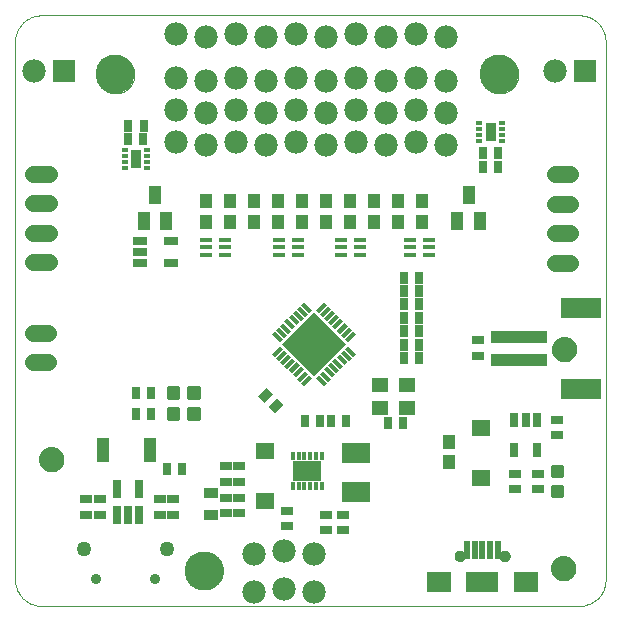
<source format=gts>
G75*
%MOIN*%
%OFA0B0*%
%FSLAX25Y25*%
%IPPOS*%
%LPD*%
%AMOC8*
5,1,8,0,0,1.08239X$1,22.5*
%
%ADD10C,0.00197*%
%ADD11C,0.00000*%
%ADD12C,0.12998*%
%ADD13R,0.01181X0.02559*%
%ADD14R,0.09642X0.06897*%
%ADD15R,0.06187X0.05400*%
%ADD16R,0.03943X0.03156*%
%ADD17R,0.02565X0.05124*%
%ADD18R,0.18510X0.04337*%
%ADD19R,0.13786X0.06699*%
%ADD20R,0.03156X0.05912*%
%ADD21C,0.02400*%
%ADD22C,0.04400*%
%ADD23R,0.05124X0.03550*%
%ADD24R,0.02362X0.01378*%
%ADD25R,0.03543X0.06299*%
%ADD26R,0.03156X0.03943*%
%ADD27R,0.07800X0.07800*%
%ADD28C,0.07800*%
%ADD29C,0.01301*%
%ADD30C,0.05550*%
%ADD31R,0.04337X0.04731*%
%ADD32R,0.03746X0.01463*%
%ADD33R,0.15164X0.15164*%
%ADD34R,0.05518X0.04731*%
%ADD35R,0.04337X0.05912*%
%ADD36C,0.03500*%
%ADD37C,0.05000*%
%ADD38R,0.04298X0.01581*%
%ADD39R,0.09455X0.06896*%
%ADD40R,0.05124X0.02762*%
%ADD41R,0.04400X0.08200*%
%ADD42R,0.01975X0.05912*%
%ADD43C,0.03746*%
%ADD44R,0.07874X0.06693*%
%ADD45R,0.10630X0.06693*%
D10*
X0036092Y0020644D02*
X0036048Y0020933D01*
X0036018Y0021226D01*
X0035988Y0021520D01*
X0035972Y0021817D01*
X0035972Y0201771D01*
X0035988Y0202068D01*
X0036018Y0202361D01*
X0036048Y0202655D01*
X0036092Y0202944D01*
X0036151Y0203228D01*
X0036209Y0203512D01*
X0036282Y0203791D01*
X0036367Y0204064D01*
X0036453Y0204338D01*
X0036551Y0204606D01*
X0036663Y0204867D01*
X0036774Y0205129D01*
X0036897Y0205384D01*
X0037032Y0205632D01*
X0037167Y0205879D01*
X0037314Y0206120D01*
X0037472Y0206353D01*
X0037629Y0206586D01*
X0037798Y0206811D01*
X0037976Y0207027D01*
X0038155Y0207243D01*
X0038344Y0207451D01*
X0038542Y0207649D01*
X0038740Y0207847D01*
X0038948Y0208036D01*
X0039164Y0208215D01*
X0039381Y0208393D01*
X0039605Y0208562D01*
X0039838Y0208720D01*
X0040071Y0208877D01*
X0040312Y0209024D01*
X0040560Y0209159D01*
X0040808Y0209294D01*
X0041063Y0209418D01*
X0041324Y0209529D01*
X0041585Y0209640D01*
X0041853Y0209738D01*
X0042400Y0209910D01*
X0042680Y0209982D01*
X0042964Y0210041D01*
X0043248Y0210099D01*
X0043537Y0210144D01*
X0044123Y0210204D01*
X0044420Y0210219D01*
X0224374Y0210219D01*
X0224672Y0210204D01*
X0225258Y0210144D01*
X0225547Y0210099D01*
X0225831Y0210041D01*
X0226115Y0209982D01*
X0226394Y0209910D01*
X0226941Y0209738D01*
X0227209Y0209640D01*
X0227471Y0209529D01*
X0227732Y0209418D01*
X0227987Y0209294D01*
X0228483Y0209024D01*
X0228724Y0208877D01*
X0228956Y0208720D01*
X0229189Y0208562D01*
X0229414Y0208393D01*
X0229630Y0208215D01*
X0229847Y0208036D01*
X0230054Y0207847D01*
X0230253Y0207649D01*
X0230451Y0207451D01*
X0230640Y0207243D01*
X0230818Y0207027D01*
X0230997Y0206811D01*
X0231166Y0206586D01*
X0231323Y0206353D01*
X0231481Y0206120D01*
X0231628Y0205879D01*
X0231763Y0205632D01*
X0231898Y0205384D01*
X0232021Y0205129D01*
X0232243Y0204606D01*
X0232342Y0204338D01*
X0232513Y0203791D01*
X0232585Y0203512D01*
X0232644Y0203228D01*
X0232703Y0202944D01*
X0232747Y0202655D01*
X0232777Y0202361D01*
X0232807Y0202068D01*
X0232823Y0201771D01*
X0232823Y0022118D01*
X0232823Y0021817D02*
X0232807Y0021520D01*
X0232777Y0021226D01*
X0232747Y0020933D01*
X0232703Y0020644D01*
X0232644Y0020360D01*
X0232585Y0020076D01*
X0232513Y0019797D01*
X0232428Y0019523D01*
X0232342Y0019250D01*
X0232243Y0018982D01*
X0232132Y0018721D01*
X0232021Y0018459D01*
X0231898Y0018204D01*
X0231628Y0017708D01*
X0231481Y0017468D01*
X0231323Y0017235D01*
X0231166Y0017002D01*
X0230997Y0016777D01*
X0230818Y0016561D01*
X0230640Y0016345D01*
X0230451Y0016137D01*
X0230054Y0015740D01*
X0229847Y0015552D01*
X0229630Y0015373D01*
X0229414Y0015194D01*
X0229189Y0015026D01*
X0228956Y0014868D01*
X0228724Y0014710D01*
X0228483Y0014564D01*
X0227987Y0014294D01*
X0227732Y0014170D01*
X0227471Y0014059D01*
X0227209Y0013948D01*
X0226941Y0013849D01*
X0226394Y0013678D01*
X0226115Y0013606D01*
X0225831Y0013547D01*
X0225547Y0013489D01*
X0225258Y0013444D01*
X0224672Y0013384D01*
X0224374Y0013369D01*
X0044420Y0013369D01*
X0044123Y0013384D01*
X0043537Y0013444D01*
X0043248Y0013489D01*
X0042964Y0013547D01*
X0042680Y0013606D01*
X0042400Y0013678D01*
X0041853Y0013849D01*
X0041585Y0013948D01*
X0041324Y0014059D01*
X0041063Y0014170D01*
X0040808Y0014294D01*
X0040560Y0014429D01*
X0040312Y0014564D01*
X0040071Y0014710D01*
X0039838Y0014868D01*
X0039605Y0015026D01*
X0039381Y0015194D01*
X0039164Y0015373D01*
X0038948Y0015552D01*
X0038740Y0015740D01*
X0038344Y0016137D01*
X0038155Y0016345D01*
X0037976Y0016561D01*
X0037798Y0016777D01*
X0037629Y0017002D01*
X0037472Y0017235D01*
X0037314Y0017468D01*
X0037167Y0017708D01*
X0036897Y0018204D01*
X0036774Y0018459D01*
X0036663Y0018721D01*
X0036551Y0018982D01*
X0036453Y0019250D01*
X0036367Y0019523D01*
X0036282Y0019797D01*
X0036209Y0020076D01*
X0036151Y0020360D01*
X0036092Y0020644D01*
D11*
X0092665Y0025157D02*
X0092667Y0025315D01*
X0092673Y0025473D01*
X0092683Y0025631D01*
X0092697Y0025789D01*
X0092715Y0025946D01*
X0092736Y0026103D01*
X0092762Y0026259D01*
X0092792Y0026415D01*
X0092825Y0026570D01*
X0092863Y0026723D01*
X0092904Y0026876D01*
X0092949Y0027028D01*
X0092998Y0027179D01*
X0093051Y0027328D01*
X0093107Y0027476D01*
X0093167Y0027622D01*
X0093231Y0027767D01*
X0093299Y0027910D01*
X0093370Y0028052D01*
X0093444Y0028192D01*
X0093522Y0028329D01*
X0093604Y0028465D01*
X0093688Y0028599D01*
X0093777Y0028730D01*
X0093868Y0028859D01*
X0093963Y0028986D01*
X0094060Y0029111D01*
X0094161Y0029233D01*
X0094265Y0029352D01*
X0094372Y0029469D01*
X0094482Y0029583D01*
X0094595Y0029694D01*
X0094710Y0029803D01*
X0094828Y0029908D01*
X0094949Y0030010D01*
X0095072Y0030110D01*
X0095198Y0030206D01*
X0095326Y0030299D01*
X0095456Y0030389D01*
X0095589Y0030475D01*
X0095724Y0030559D01*
X0095860Y0030638D01*
X0095999Y0030715D01*
X0096140Y0030787D01*
X0096282Y0030857D01*
X0096426Y0030922D01*
X0096572Y0030984D01*
X0096719Y0031042D01*
X0096868Y0031097D01*
X0097018Y0031148D01*
X0097169Y0031195D01*
X0097321Y0031238D01*
X0097474Y0031277D01*
X0097629Y0031313D01*
X0097784Y0031344D01*
X0097940Y0031372D01*
X0098096Y0031396D01*
X0098253Y0031416D01*
X0098411Y0031432D01*
X0098568Y0031444D01*
X0098727Y0031452D01*
X0098885Y0031456D01*
X0099043Y0031456D01*
X0099201Y0031452D01*
X0099360Y0031444D01*
X0099517Y0031432D01*
X0099675Y0031416D01*
X0099832Y0031396D01*
X0099988Y0031372D01*
X0100144Y0031344D01*
X0100299Y0031313D01*
X0100454Y0031277D01*
X0100607Y0031238D01*
X0100759Y0031195D01*
X0100910Y0031148D01*
X0101060Y0031097D01*
X0101209Y0031042D01*
X0101356Y0030984D01*
X0101502Y0030922D01*
X0101646Y0030857D01*
X0101788Y0030787D01*
X0101929Y0030715D01*
X0102068Y0030638D01*
X0102204Y0030559D01*
X0102339Y0030475D01*
X0102472Y0030389D01*
X0102602Y0030299D01*
X0102730Y0030206D01*
X0102856Y0030110D01*
X0102979Y0030010D01*
X0103100Y0029908D01*
X0103218Y0029803D01*
X0103333Y0029694D01*
X0103446Y0029583D01*
X0103556Y0029469D01*
X0103663Y0029352D01*
X0103767Y0029233D01*
X0103868Y0029111D01*
X0103965Y0028986D01*
X0104060Y0028859D01*
X0104151Y0028730D01*
X0104240Y0028599D01*
X0104324Y0028465D01*
X0104406Y0028329D01*
X0104484Y0028192D01*
X0104558Y0028052D01*
X0104629Y0027910D01*
X0104697Y0027767D01*
X0104761Y0027622D01*
X0104821Y0027476D01*
X0104877Y0027328D01*
X0104930Y0027179D01*
X0104979Y0027028D01*
X0105024Y0026876D01*
X0105065Y0026723D01*
X0105103Y0026570D01*
X0105136Y0026415D01*
X0105166Y0026259D01*
X0105192Y0026103D01*
X0105213Y0025946D01*
X0105231Y0025789D01*
X0105245Y0025631D01*
X0105255Y0025473D01*
X0105261Y0025315D01*
X0105263Y0025157D01*
X0105261Y0024999D01*
X0105255Y0024841D01*
X0105245Y0024683D01*
X0105231Y0024525D01*
X0105213Y0024368D01*
X0105192Y0024211D01*
X0105166Y0024055D01*
X0105136Y0023899D01*
X0105103Y0023744D01*
X0105065Y0023591D01*
X0105024Y0023438D01*
X0104979Y0023286D01*
X0104930Y0023135D01*
X0104877Y0022986D01*
X0104821Y0022838D01*
X0104761Y0022692D01*
X0104697Y0022547D01*
X0104629Y0022404D01*
X0104558Y0022262D01*
X0104484Y0022122D01*
X0104406Y0021985D01*
X0104324Y0021849D01*
X0104240Y0021715D01*
X0104151Y0021584D01*
X0104060Y0021455D01*
X0103965Y0021328D01*
X0103868Y0021203D01*
X0103767Y0021081D01*
X0103663Y0020962D01*
X0103556Y0020845D01*
X0103446Y0020731D01*
X0103333Y0020620D01*
X0103218Y0020511D01*
X0103100Y0020406D01*
X0102979Y0020304D01*
X0102856Y0020204D01*
X0102730Y0020108D01*
X0102602Y0020015D01*
X0102472Y0019925D01*
X0102339Y0019839D01*
X0102204Y0019755D01*
X0102068Y0019676D01*
X0101929Y0019599D01*
X0101788Y0019527D01*
X0101646Y0019457D01*
X0101502Y0019392D01*
X0101356Y0019330D01*
X0101209Y0019272D01*
X0101060Y0019217D01*
X0100910Y0019166D01*
X0100759Y0019119D01*
X0100607Y0019076D01*
X0100454Y0019037D01*
X0100299Y0019001D01*
X0100144Y0018970D01*
X0099988Y0018942D01*
X0099832Y0018918D01*
X0099675Y0018898D01*
X0099517Y0018882D01*
X0099360Y0018870D01*
X0099201Y0018862D01*
X0099043Y0018858D01*
X0098885Y0018858D01*
X0098727Y0018862D01*
X0098568Y0018870D01*
X0098411Y0018882D01*
X0098253Y0018898D01*
X0098096Y0018918D01*
X0097940Y0018942D01*
X0097784Y0018970D01*
X0097629Y0019001D01*
X0097474Y0019037D01*
X0097321Y0019076D01*
X0097169Y0019119D01*
X0097018Y0019166D01*
X0096868Y0019217D01*
X0096719Y0019272D01*
X0096572Y0019330D01*
X0096426Y0019392D01*
X0096282Y0019457D01*
X0096140Y0019527D01*
X0095999Y0019599D01*
X0095860Y0019676D01*
X0095724Y0019755D01*
X0095589Y0019839D01*
X0095456Y0019925D01*
X0095326Y0020015D01*
X0095198Y0020108D01*
X0095072Y0020204D01*
X0094949Y0020304D01*
X0094828Y0020406D01*
X0094710Y0020511D01*
X0094595Y0020620D01*
X0094482Y0020731D01*
X0094372Y0020845D01*
X0094265Y0020962D01*
X0094161Y0021081D01*
X0094060Y0021203D01*
X0093963Y0021328D01*
X0093868Y0021455D01*
X0093777Y0021584D01*
X0093688Y0021715D01*
X0093604Y0021849D01*
X0093522Y0021985D01*
X0093444Y0022122D01*
X0093370Y0022262D01*
X0093299Y0022404D01*
X0093231Y0022547D01*
X0093167Y0022692D01*
X0093107Y0022838D01*
X0093051Y0022986D01*
X0092998Y0023135D01*
X0092949Y0023286D01*
X0092904Y0023438D01*
X0092863Y0023591D01*
X0092825Y0023744D01*
X0092792Y0023899D01*
X0092762Y0024055D01*
X0092736Y0024211D01*
X0092715Y0024368D01*
X0092697Y0024525D01*
X0092683Y0024683D01*
X0092673Y0024841D01*
X0092667Y0024999D01*
X0092665Y0025157D01*
X0182519Y0030008D02*
X0182521Y0030089D01*
X0182527Y0030171D01*
X0182537Y0030252D01*
X0182551Y0030332D01*
X0182568Y0030411D01*
X0182590Y0030490D01*
X0182615Y0030567D01*
X0182644Y0030644D01*
X0182677Y0030718D01*
X0182714Y0030791D01*
X0182753Y0030862D01*
X0182797Y0030931D01*
X0182843Y0030998D01*
X0182893Y0031062D01*
X0182946Y0031124D01*
X0183002Y0031184D01*
X0183060Y0031240D01*
X0183122Y0031294D01*
X0183186Y0031345D01*
X0183252Y0031392D01*
X0183320Y0031436D01*
X0183391Y0031477D01*
X0183463Y0031514D01*
X0183538Y0031548D01*
X0183613Y0031578D01*
X0183691Y0031604D01*
X0183769Y0031627D01*
X0183848Y0031645D01*
X0183928Y0031660D01*
X0184009Y0031671D01*
X0184090Y0031678D01*
X0184172Y0031681D01*
X0184253Y0031680D01*
X0184334Y0031675D01*
X0184415Y0031666D01*
X0184496Y0031653D01*
X0184576Y0031636D01*
X0184654Y0031616D01*
X0184732Y0031591D01*
X0184809Y0031563D01*
X0184884Y0031531D01*
X0184957Y0031496D01*
X0185028Y0031457D01*
X0185098Y0031414D01*
X0185165Y0031369D01*
X0185231Y0031320D01*
X0185293Y0031268D01*
X0185353Y0031212D01*
X0185410Y0031154D01*
X0185465Y0031094D01*
X0185516Y0031030D01*
X0185564Y0030965D01*
X0185609Y0030897D01*
X0185651Y0030827D01*
X0185689Y0030755D01*
X0185724Y0030681D01*
X0185755Y0030606D01*
X0185782Y0030529D01*
X0185805Y0030451D01*
X0185825Y0030372D01*
X0185841Y0030292D01*
X0185853Y0030211D01*
X0185861Y0030130D01*
X0185865Y0030049D01*
X0185865Y0029967D01*
X0185861Y0029886D01*
X0185853Y0029805D01*
X0185841Y0029724D01*
X0185825Y0029644D01*
X0185805Y0029565D01*
X0185782Y0029487D01*
X0185755Y0029410D01*
X0185724Y0029335D01*
X0185689Y0029261D01*
X0185651Y0029189D01*
X0185609Y0029119D01*
X0185564Y0029051D01*
X0185516Y0028986D01*
X0185465Y0028922D01*
X0185410Y0028862D01*
X0185353Y0028804D01*
X0185293Y0028748D01*
X0185231Y0028696D01*
X0185165Y0028647D01*
X0185098Y0028602D01*
X0185029Y0028559D01*
X0184957Y0028520D01*
X0184884Y0028485D01*
X0184809Y0028453D01*
X0184732Y0028425D01*
X0184654Y0028400D01*
X0184576Y0028380D01*
X0184496Y0028363D01*
X0184415Y0028350D01*
X0184334Y0028341D01*
X0184253Y0028336D01*
X0184172Y0028335D01*
X0184090Y0028338D01*
X0184009Y0028345D01*
X0183928Y0028356D01*
X0183848Y0028371D01*
X0183769Y0028389D01*
X0183691Y0028412D01*
X0183613Y0028438D01*
X0183538Y0028468D01*
X0183463Y0028502D01*
X0183391Y0028539D01*
X0183320Y0028580D01*
X0183252Y0028624D01*
X0183186Y0028671D01*
X0183122Y0028722D01*
X0183060Y0028776D01*
X0183002Y0028832D01*
X0182946Y0028892D01*
X0182893Y0028954D01*
X0182843Y0029018D01*
X0182797Y0029085D01*
X0182753Y0029154D01*
X0182714Y0029225D01*
X0182677Y0029298D01*
X0182644Y0029372D01*
X0182615Y0029449D01*
X0182590Y0029526D01*
X0182568Y0029605D01*
X0182551Y0029684D01*
X0182537Y0029764D01*
X0182527Y0029845D01*
X0182521Y0029927D01*
X0182519Y0030008D01*
X0197479Y0030008D02*
X0197481Y0030089D01*
X0197487Y0030171D01*
X0197497Y0030252D01*
X0197511Y0030332D01*
X0197528Y0030411D01*
X0197550Y0030490D01*
X0197575Y0030567D01*
X0197604Y0030644D01*
X0197637Y0030718D01*
X0197674Y0030791D01*
X0197713Y0030862D01*
X0197757Y0030931D01*
X0197803Y0030998D01*
X0197853Y0031062D01*
X0197906Y0031124D01*
X0197962Y0031184D01*
X0198020Y0031240D01*
X0198082Y0031294D01*
X0198146Y0031345D01*
X0198212Y0031392D01*
X0198280Y0031436D01*
X0198351Y0031477D01*
X0198423Y0031514D01*
X0198498Y0031548D01*
X0198573Y0031578D01*
X0198651Y0031604D01*
X0198729Y0031627D01*
X0198808Y0031645D01*
X0198888Y0031660D01*
X0198969Y0031671D01*
X0199050Y0031678D01*
X0199132Y0031681D01*
X0199213Y0031680D01*
X0199294Y0031675D01*
X0199375Y0031666D01*
X0199456Y0031653D01*
X0199536Y0031636D01*
X0199614Y0031616D01*
X0199692Y0031591D01*
X0199769Y0031563D01*
X0199844Y0031531D01*
X0199917Y0031496D01*
X0199988Y0031457D01*
X0200058Y0031414D01*
X0200125Y0031369D01*
X0200191Y0031320D01*
X0200253Y0031268D01*
X0200313Y0031212D01*
X0200370Y0031154D01*
X0200425Y0031094D01*
X0200476Y0031030D01*
X0200524Y0030965D01*
X0200569Y0030897D01*
X0200611Y0030827D01*
X0200649Y0030755D01*
X0200684Y0030681D01*
X0200715Y0030606D01*
X0200742Y0030529D01*
X0200765Y0030451D01*
X0200785Y0030372D01*
X0200801Y0030292D01*
X0200813Y0030211D01*
X0200821Y0030130D01*
X0200825Y0030049D01*
X0200825Y0029967D01*
X0200821Y0029886D01*
X0200813Y0029805D01*
X0200801Y0029724D01*
X0200785Y0029644D01*
X0200765Y0029565D01*
X0200742Y0029487D01*
X0200715Y0029410D01*
X0200684Y0029335D01*
X0200649Y0029261D01*
X0200611Y0029189D01*
X0200569Y0029119D01*
X0200524Y0029051D01*
X0200476Y0028986D01*
X0200425Y0028922D01*
X0200370Y0028862D01*
X0200313Y0028804D01*
X0200253Y0028748D01*
X0200191Y0028696D01*
X0200125Y0028647D01*
X0200058Y0028602D01*
X0199989Y0028559D01*
X0199917Y0028520D01*
X0199844Y0028485D01*
X0199769Y0028453D01*
X0199692Y0028425D01*
X0199614Y0028400D01*
X0199536Y0028380D01*
X0199456Y0028363D01*
X0199375Y0028350D01*
X0199294Y0028341D01*
X0199213Y0028336D01*
X0199132Y0028335D01*
X0199050Y0028338D01*
X0198969Y0028345D01*
X0198888Y0028356D01*
X0198808Y0028371D01*
X0198729Y0028389D01*
X0198651Y0028412D01*
X0198573Y0028438D01*
X0198498Y0028468D01*
X0198423Y0028502D01*
X0198351Y0028539D01*
X0198280Y0028580D01*
X0198212Y0028624D01*
X0198146Y0028671D01*
X0198082Y0028722D01*
X0198020Y0028776D01*
X0197962Y0028832D01*
X0197906Y0028892D01*
X0197853Y0028954D01*
X0197803Y0029018D01*
X0197757Y0029085D01*
X0197713Y0029154D01*
X0197674Y0029225D01*
X0197637Y0029298D01*
X0197604Y0029372D01*
X0197575Y0029449D01*
X0197550Y0029526D01*
X0197528Y0029605D01*
X0197511Y0029684D01*
X0197497Y0029764D01*
X0197487Y0029845D01*
X0197481Y0029927D01*
X0197479Y0030008D01*
X0191091Y0190512D02*
X0191093Y0190670D01*
X0191099Y0190828D01*
X0191109Y0190986D01*
X0191123Y0191144D01*
X0191141Y0191301D01*
X0191162Y0191458D01*
X0191188Y0191614D01*
X0191218Y0191770D01*
X0191251Y0191925D01*
X0191289Y0192078D01*
X0191330Y0192231D01*
X0191375Y0192383D01*
X0191424Y0192534D01*
X0191477Y0192683D01*
X0191533Y0192831D01*
X0191593Y0192977D01*
X0191657Y0193122D01*
X0191725Y0193265D01*
X0191796Y0193407D01*
X0191870Y0193547D01*
X0191948Y0193684D01*
X0192030Y0193820D01*
X0192114Y0193954D01*
X0192203Y0194085D01*
X0192294Y0194214D01*
X0192389Y0194341D01*
X0192486Y0194466D01*
X0192587Y0194588D01*
X0192691Y0194707D01*
X0192798Y0194824D01*
X0192908Y0194938D01*
X0193021Y0195049D01*
X0193136Y0195158D01*
X0193254Y0195263D01*
X0193375Y0195365D01*
X0193498Y0195465D01*
X0193624Y0195561D01*
X0193752Y0195654D01*
X0193882Y0195744D01*
X0194015Y0195830D01*
X0194150Y0195914D01*
X0194286Y0195993D01*
X0194425Y0196070D01*
X0194566Y0196142D01*
X0194708Y0196212D01*
X0194852Y0196277D01*
X0194998Y0196339D01*
X0195145Y0196397D01*
X0195294Y0196452D01*
X0195444Y0196503D01*
X0195595Y0196550D01*
X0195747Y0196593D01*
X0195900Y0196632D01*
X0196055Y0196668D01*
X0196210Y0196699D01*
X0196366Y0196727D01*
X0196522Y0196751D01*
X0196679Y0196771D01*
X0196837Y0196787D01*
X0196994Y0196799D01*
X0197153Y0196807D01*
X0197311Y0196811D01*
X0197469Y0196811D01*
X0197627Y0196807D01*
X0197786Y0196799D01*
X0197943Y0196787D01*
X0198101Y0196771D01*
X0198258Y0196751D01*
X0198414Y0196727D01*
X0198570Y0196699D01*
X0198725Y0196668D01*
X0198880Y0196632D01*
X0199033Y0196593D01*
X0199185Y0196550D01*
X0199336Y0196503D01*
X0199486Y0196452D01*
X0199635Y0196397D01*
X0199782Y0196339D01*
X0199928Y0196277D01*
X0200072Y0196212D01*
X0200214Y0196142D01*
X0200355Y0196070D01*
X0200494Y0195993D01*
X0200630Y0195914D01*
X0200765Y0195830D01*
X0200898Y0195744D01*
X0201028Y0195654D01*
X0201156Y0195561D01*
X0201282Y0195465D01*
X0201405Y0195365D01*
X0201526Y0195263D01*
X0201644Y0195158D01*
X0201759Y0195049D01*
X0201872Y0194938D01*
X0201982Y0194824D01*
X0202089Y0194707D01*
X0202193Y0194588D01*
X0202294Y0194466D01*
X0202391Y0194341D01*
X0202486Y0194214D01*
X0202577Y0194085D01*
X0202666Y0193954D01*
X0202750Y0193820D01*
X0202832Y0193684D01*
X0202910Y0193547D01*
X0202984Y0193407D01*
X0203055Y0193265D01*
X0203123Y0193122D01*
X0203187Y0192977D01*
X0203247Y0192831D01*
X0203303Y0192683D01*
X0203356Y0192534D01*
X0203405Y0192383D01*
X0203450Y0192231D01*
X0203491Y0192078D01*
X0203529Y0191925D01*
X0203562Y0191770D01*
X0203592Y0191614D01*
X0203618Y0191458D01*
X0203639Y0191301D01*
X0203657Y0191144D01*
X0203671Y0190986D01*
X0203681Y0190828D01*
X0203687Y0190670D01*
X0203689Y0190512D01*
X0203687Y0190354D01*
X0203681Y0190196D01*
X0203671Y0190038D01*
X0203657Y0189880D01*
X0203639Y0189723D01*
X0203618Y0189566D01*
X0203592Y0189410D01*
X0203562Y0189254D01*
X0203529Y0189099D01*
X0203491Y0188946D01*
X0203450Y0188793D01*
X0203405Y0188641D01*
X0203356Y0188490D01*
X0203303Y0188341D01*
X0203247Y0188193D01*
X0203187Y0188047D01*
X0203123Y0187902D01*
X0203055Y0187759D01*
X0202984Y0187617D01*
X0202910Y0187477D01*
X0202832Y0187340D01*
X0202750Y0187204D01*
X0202666Y0187070D01*
X0202577Y0186939D01*
X0202486Y0186810D01*
X0202391Y0186683D01*
X0202294Y0186558D01*
X0202193Y0186436D01*
X0202089Y0186317D01*
X0201982Y0186200D01*
X0201872Y0186086D01*
X0201759Y0185975D01*
X0201644Y0185866D01*
X0201526Y0185761D01*
X0201405Y0185659D01*
X0201282Y0185559D01*
X0201156Y0185463D01*
X0201028Y0185370D01*
X0200898Y0185280D01*
X0200765Y0185194D01*
X0200630Y0185110D01*
X0200494Y0185031D01*
X0200355Y0184954D01*
X0200214Y0184882D01*
X0200072Y0184812D01*
X0199928Y0184747D01*
X0199782Y0184685D01*
X0199635Y0184627D01*
X0199486Y0184572D01*
X0199336Y0184521D01*
X0199185Y0184474D01*
X0199033Y0184431D01*
X0198880Y0184392D01*
X0198725Y0184356D01*
X0198570Y0184325D01*
X0198414Y0184297D01*
X0198258Y0184273D01*
X0198101Y0184253D01*
X0197943Y0184237D01*
X0197786Y0184225D01*
X0197627Y0184217D01*
X0197469Y0184213D01*
X0197311Y0184213D01*
X0197153Y0184217D01*
X0196994Y0184225D01*
X0196837Y0184237D01*
X0196679Y0184253D01*
X0196522Y0184273D01*
X0196366Y0184297D01*
X0196210Y0184325D01*
X0196055Y0184356D01*
X0195900Y0184392D01*
X0195747Y0184431D01*
X0195595Y0184474D01*
X0195444Y0184521D01*
X0195294Y0184572D01*
X0195145Y0184627D01*
X0194998Y0184685D01*
X0194852Y0184747D01*
X0194708Y0184812D01*
X0194566Y0184882D01*
X0194425Y0184954D01*
X0194286Y0185031D01*
X0194150Y0185110D01*
X0194015Y0185194D01*
X0193882Y0185280D01*
X0193752Y0185370D01*
X0193624Y0185463D01*
X0193498Y0185559D01*
X0193375Y0185659D01*
X0193254Y0185761D01*
X0193136Y0185866D01*
X0193021Y0185975D01*
X0192908Y0186086D01*
X0192798Y0186200D01*
X0192691Y0186317D01*
X0192587Y0186436D01*
X0192486Y0186558D01*
X0192389Y0186683D01*
X0192294Y0186810D01*
X0192203Y0186939D01*
X0192114Y0187070D01*
X0192030Y0187204D01*
X0191948Y0187340D01*
X0191870Y0187477D01*
X0191796Y0187617D01*
X0191725Y0187759D01*
X0191657Y0187902D01*
X0191593Y0188047D01*
X0191533Y0188193D01*
X0191477Y0188341D01*
X0191424Y0188490D01*
X0191375Y0188641D01*
X0191330Y0188793D01*
X0191289Y0188946D01*
X0191251Y0189099D01*
X0191218Y0189254D01*
X0191188Y0189410D01*
X0191162Y0189566D01*
X0191141Y0189723D01*
X0191123Y0189880D01*
X0191109Y0190038D01*
X0191099Y0190196D01*
X0191093Y0190354D01*
X0191091Y0190512D01*
X0063138Y0190512D02*
X0063140Y0190670D01*
X0063146Y0190828D01*
X0063156Y0190986D01*
X0063170Y0191144D01*
X0063188Y0191301D01*
X0063209Y0191458D01*
X0063235Y0191614D01*
X0063265Y0191770D01*
X0063298Y0191925D01*
X0063336Y0192078D01*
X0063377Y0192231D01*
X0063422Y0192383D01*
X0063471Y0192534D01*
X0063524Y0192683D01*
X0063580Y0192831D01*
X0063640Y0192977D01*
X0063704Y0193122D01*
X0063772Y0193265D01*
X0063843Y0193407D01*
X0063917Y0193547D01*
X0063995Y0193684D01*
X0064077Y0193820D01*
X0064161Y0193954D01*
X0064250Y0194085D01*
X0064341Y0194214D01*
X0064436Y0194341D01*
X0064533Y0194466D01*
X0064634Y0194588D01*
X0064738Y0194707D01*
X0064845Y0194824D01*
X0064955Y0194938D01*
X0065068Y0195049D01*
X0065183Y0195158D01*
X0065301Y0195263D01*
X0065422Y0195365D01*
X0065545Y0195465D01*
X0065671Y0195561D01*
X0065799Y0195654D01*
X0065929Y0195744D01*
X0066062Y0195830D01*
X0066197Y0195914D01*
X0066333Y0195993D01*
X0066472Y0196070D01*
X0066613Y0196142D01*
X0066755Y0196212D01*
X0066899Y0196277D01*
X0067045Y0196339D01*
X0067192Y0196397D01*
X0067341Y0196452D01*
X0067491Y0196503D01*
X0067642Y0196550D01*
X0067794Y0196593D01*
X0067947Y0196632D01*
X0068102Y0196668D01*
X0068257Y0196699D01*
X0068413Y0196727D01*
X0068569Y0196751D01*
X0068726Y0196771D01*
X0068884Y0196787D01*
X0069041Y0196799D01*
X0069200Y0196807D01*
X0069358Y0196811D01*
X0069516Y0196811D01*
X0069674Y0196807D01*
X0069833Y0196799D01*
X0069990Y0196787D01*
X0070148Y0196771D01*
X0070305Y0196751D01*
X0070461Y0196727D01*
X0070617Y0196699D01*
X0070772Y0196668D01*
X0070927Y0196632D01*
X0071080Y0196593D01*
X0071232Y0196550D01*
X0071383Y0196503D01*
X0071533Y0196452D01*
X0071682Y0196397D01*
X0071829Y0196339D01*
X0071975Y0196277D01*
X0072119Y0196212D01*
X0072261Y0196142D01*
X0072402Y0196070D01*
X0072541Y0195993D01*
X0072677Y0195914D01*
X0072812Y0195830D01*
X0072945Y0195744D01*
X0073075Y0195654D01*
X0073203Y0195561D01*
X0073329Y0195465D01*
X0073452Y0195365D01*
X0073573Y0195263D01*
X0073691Y0195158D01*
X0073806Y0195049D01*
X0073919Y0194938D01*
X0074029Y0194824D01*
X0074136Y0194707D01*
X0074240Y0194588D01*
X0074341Y0194466D01*
X0074438Y0194341D01*
X0074533Y0194214D01*
X0074624Y0194085D01*
X0074713Y0193954D01*
X0074797Y0193820D01*
X0074879Y0193684D01*
X0074957Y0193547D01*
X0075031Y0193407D01*
X0075102Y0193265D01*
X0075170Y0193122D01*
X0075234Y0192977D01*
X0075294Y0192831D01*
X0075350Y0192683D01*
X0075403Y0192534D01*
X0075452Y0192383D01*
X0075497Y0192231D01*
X0075538Y0192078D01*
X0075576Y0191925D01*
X0075609Y0191770D01*
X0075639Y0191614D01*
X0075665Y0191458D01*
X0075686Y0191301D01*
X0075704Y0191144D01*
X0075718Y0190986D01*
X0075728Y0190828D01*
X0075734Y0190670D01*
X0075736Y0190512D01*
X0075734Y0190354D01*
X0075728Y0190196D01*
X0075718Y0190038D01*
X0075704Y0189880D01*
X0075686Y0189723D01*
X0075665Y0189566D01*
X0075639Y0189410D01*
X0075609Y0189254D01*
X0075576Y0189099D01*
X0075538Y0188946D01*
X0075497Y0188793D01*
X0075452Y0188641D01*
X0075403Y0188490D01*
X0075350Y0188341D01*
X0075294Y0188193D01*
X0075234Y0188047D01*
X0075170Y0187902D01*
X0075102Y0187759D01*
X0075031Y0187617D01*
X0074957Y0187477D01*
X0074879Y0187340D01*
X0074797Y0187204D01*
X0074713Y0187070D01*
X0074624Y0186939D01*
X0074533Y0186810D01*
X0074438Y0186683D01*
X0074341Y0186558D01*
X0074240Y0186436D01*
X0074136Y0186317D01*
X0074029Y0186200D01*
X0073919Y0186086D01*
X0073806Y0185975D01*
X0073691Y0185866D01*
X0073573Y0185761D01*
X0073452Y0185659D01*
X0073329Y0185559D01*
X0073203Y0185463D01*
X0073075Y0185370D01*
X0072945Y0185280D01*
X0072812Y0185194D01*
X0072677Y0185110D01*
X0072541Y0185031D01*
X0072402Y0184954D01*
X0072261Y0184882D01*
X0072119Y0184812D01*
X0071975Y0184747D01*
X0071829Y0184685D01*
X0071682Y0184627D01*
X0071533Y0184572D01*
X0071383Y0184521D01*
X0071232Y0184474D01*
X0071080Y0184431D01*
X0070927Y0184392D01*
X0070772Y0184356D01*
X0070617Y0184325D01*
X0070461Y0184297D01*
X0070305Y0184273D01*
X0070148Y0184253D01*
X0069990Y0184237D01*
X0069833Y0184225D01*
X0069674Y0184217D01*
X0069516Y0184213D01*
X0069358Y0184213D01*
X0069200Y0184217D01*
X0069041Y0184225D01*
X0068884Y0184237D01*
X0068726Y0184253D01*
X0068569Y0184273D01*
X0068413Y0184297D01*
X0068257Y0184325D01*
X0068102Y0184356D01*
X0067947Y0184392D01*
X0067794Y0184431D01*
X0067642Y0184474D01*
X0067491Y0184521D01*
X0067341Y0184572D01*
X0067192Y0184627D01*
X0067045Y0184685D01*
X0066899Y0184747D01*
X0066755Y0184812D01*
X0066613Y0184882D01*
X0066472Y0184954D01*
X0066333Y0185031D01*
X0066197Y0185110D01*
X0066062Y0185194D01*
X0065929Y0185280D01*
X0065799Y0185370D01*
X0065671Y0185463D01*
X0065545Y0185559D01*
X0065422Y0185659D01*
X0065301Y0185761D01*
X0065183Y0185866D01*
X0065068Y0185975D01*
X0064955Y0186086D01*
X0064845Y0186200D01*
X0064738Y0186317D01*
X0064634Y0186436D01*
X0064533Y0186558D01*
X0064436Y0186683D01*
X0064341Y0186810D01*
X0064250Y0186939D01*
X0064161Y0187070D01*
X0064077Y0187204D01*
X0063995Y0187340D01*
X0063917Y0187477D01*
X0063843Y0187617D01*
X0063772Y0187759D01*
X0063704Y0187902D01*
X0063640Y0188047D01*
X0063580Y0188193D01*
X0063524Y0188341D01*
X0063471Y0188490D01*
X0063422Y0188641D01*
X0063377Y0188793D01*
X0063336Y0188946D01*
X0063298Y0189099D01*
X0063265Y0189254D01*
X0063235Y0189410D01*
X0063209Y0189566D01*
X0063188Y0189723D01*
X0063170Y0189880D01*
X0063156Y0190038D01*
X0063146Y0190196D01*
X0063140Y0190354D01*
X0063138Y0190512D01*
D12*
X0069437Y0190512D03*
X0197390Y0190512D03*
X0098964Y0025157D03*
D13*
X0128483Y0053453D03*
X0130464Y0053455D03*
X0132432Y0053455D03*
X0134401Y0053455D03*
X0136369Y0053455D03*
X0138338Y0053455D03*
X0138342Y0063333D03*
X0136374Y0063333D03*
X0134405Y0063333D03*
X0132437Y0063333D03*
X0130468Y0063333D03*
X0128495Y0063324D03*
D14*
X0133418Y0058379D03*
D15*
X0119272Y0065111D03*
X0119272Y0048182D03*
X0191172Y0055882D03*
X0191172Y0072811D03*
D16*
X0202672Y0057406D03*
X0202672Y0052287D03*
X0210172Y0052287D03*
X0210172Y0057406D03*
X0216672Y0070287D03*
X0216672Y0075406D03*
X0190172Y0096787D03*
X0190172Y0101906D03*
X0145172Y0043706D03*
X0145172Y0038587D03*
X0139772Y0038587D03*
X0139772Y0043706D03*
X0126672Y0045106D03*
X0126672Y0039987D03*
X0110672Y0044287D03*
X0106172Y0044287D03*
X0106172Y0049406D03*
X0110672Y0049406D03*
X0110672Y0054787D03*
X0106172Y0054787D03*
X0106172Y0059906D03*
X0110672Y0059906D03*
X0088672Y0048906D03*
X0084172Y0048906D03*
X0084172Y0043787D03*
X0088672Y0043787D03*
X0064172Y0043787D03*
X0059672Y0043787D03*
X0059672Y0048906D03*
X0064172Y0048906D03*
D17*
X0202432Y0065228D03*
X0209912Y0065228D03*
X0209912Y0075465D03*
X0206172Y0075465D03*
X0202432Y0075465D03*
D18*
X0204105Y0095209D03*
X0204105Y0103083D03*
D19*
X0224578Y0112532D03*
X0224578Y0085761D03*
D20*
X0077412Y0052177D03*
X0069932Y0052177D03*
X0069932Y0043516D03*
X0073672Y0043516D03*
X0077412Y0043516D03*
D21*
X0045032Y0062266D02*
X0045034Y0062375D01*
X0045040Y0062484D01*
X0045050Y0062592D01*
X0045064Y0062700D01*
X0045081Y0062808D01*
X0045103Y0062915D01*
X0045128Y0063021D01*
X0045158Y0063125D01*
X0045191Y0063229D01*
X0045228Y0063332D01*
X0045268Y0063433D01*
X0045312Y0063532D01*
X0045360Y0063630D01*
X0045412Y0063727D01*
X0045466Y0063821D01*
X0045524Y0063913D01*
X0045586Y0064003D01*
X0045651Y0064090D01*
X0045718Y0064176D01*
X0045789Y0064259D01*
X0045863Y0064339D01*
X0045940Y0064416D01*
X0046019Y0064491D01*
X0046101Y0064562D01*
X0046186Y0064631D01*
X0046273Y0064696D01*
X0046362Y0064759D01*
X0046454Y0064817D01*
X0046548Y0064873D01*
X0046643Y0064925D01*
X0046741Y0064974D01*
X0046840Y0065019D01*
X0046941Y0065061D01*
X0047043Y0065098D01*
X0047146Y0065132D01*
X0047251Y0065163D01*
X0047357Y0065189D01*
X0047463Y0065212D01*
X0047571Y0065230D01*
X0047679Y0065245D01*
X0047787Y0065256D01*
X0047896Y0065263D01*
X0048005Y0065266D01*
X0048114Y0065265D01*
X0048223Y0065260D01*
X0048331Y0065251D01*
X0048439Y0065238D01*
X0048547Y0065221D01*
X0048654Y0065201D01*
X0048760Y0065176D01*
X0048865Y0065148D01*
X0048969Y0065116D01*
X0049072Y0065080D01*
X0049174Y0065040D01*
X0049274Y0064997D01*
X0049372Y0064950D01*
X0049469Y0064900D01*
X0049563Y0064846D01*
X0049656Y0064788D01*
X0049747Y0064728D01*
X0049835Y0064664D01*
X0049921Y0064597D01*
X0050004Y0064527D01*
X0050085Y0064454D01*
X0050163Y0064378D01*
X0050238Y0064299D01*
X0050311Y0064217D01*
X0050380Y0064133D01*
X0050446Y0064047D01*
X0050509Y0063958D01*
X0050569Y0063867D01*
X0050626Y0063774D01*
X0050679Y0063679D01*
X0050728Y0063582D01*
X0050774Y0063483D01*
X0050816Y0063383D01*
X0050855Y0063281D01*
X0050890Y0063177D01*
X0050921Y0063073D01*
X0050949Y0062968D01*
X0050972Y0062861D01*
X0050992Y0062754D01*
X0051008Y0062646D01*
X0051020Y0062538D01*
X0051028Y0062429D01*
X0051032Y0062320D01*
X0051032Y0062212D01*
X0051028Y0062103D01*
X0051020Y0061994D01*
X0051008Y0061886D01*
X0050992Y0061778D01*
X0050972Y0061671D01*
X0050949Y0061564D01*
X0050921Y0061459D01*
X0050890Y0061355D01*
X0050855Y0061251D01*
X0050816Y0061149D01*
X0050774Y0061049D01*
X0050728Y0060950D01*
X0050679Y0060853D01*
X0050626Y0060758D01*
X0050569Y0060665D01*
X0050509Y0060574D01*
X0050446Y0060485D01*
X0050380Y0060399D01*
X0050311Y0060315D01*
X0050238Y0060233D01*
X0050163Y0060154D01*
X0050085Y0060078D01*
X0050004Y0060005D01*
X0049921Y0059935D01*
X0049835Y0059868D01*
X0049747Y0059804D01*
X0049656Y0059744D01*
X0049563Y0059686D01*
X0049469Y0059632D01*
X0049372Y0059582D01*
X0049274Y0059535D01*
X0049174Y0059492D01*
X0049072Y0059452D01*
X0048969Y0059416D01*
X0048865Y0059384D01*
X0048760Y0059356D01*
X0048654Y0059331D01*
X0048547Y0059311D01*
X0048439Y0059294D01*
X0048331Y0059281D01*
X0048223Y0059272D01*
X0048114Y0059267D01*
X0048005Y0059266D01*
X0047896Y0059269D01*
X0047787Y0059276D01*
X0047679Y0059287D01*
X0047571Y0059302D01*
X0047463Y0059320D01*
X0047357Y0059343D01*
X0047251Y0059369D01*
X0047146Y0059400D01*
X0047043Y0059434D01*
X0046941Y0059471D01*
X0046840Y0059513D01*
X0046741Y0059558D01*
X0046643Y0059607D01*
X0046548Y0059659D01*
X0046454Y0059715D01*
X0046362Y0059773D01*
X0046273Y0059836D01*
X0046186Y0059901D01*
X0046101Y0059970D01*
X0046019Y0060041D01*
X0045940Y0060116D01*
X0045863Y0060193D01*
X0045789Y0060273D01*
X0045718Y0060356D01*
X0045651Y0060442D01*
X0045586Y0060529D01*
X0045524Y0060619D01*
X0045466Y0060711D01*
X0045412Y0060805D01*
X0045360Y0060902D01*
X0045312Y0061000D01*
X0045268Y0061099D01*
X0045228Y0061200D01*
X0045191Y0061303D01*
X0045158Y0061407D01*
X0045128Y0061511D01*
X0045103Y0061617D01*
X0045081Y0061724D01*
X0045064Y0061832D01*
X0045050Y0061940D01*
X0045040Y0062048D01*
X0045034Y0062157D01*
X0045032Y0062266D01*
X0215672Y0025946D02*
X0215674Y0026055D01*
X0215680Y0026164D01*
X0215690Y0026272D01*
X0215704Y0026380D01*
X0215721Y0026488D01*
X0215743Y0026595D01*
X0215768Y0026701D01*
X0215798Y0026805D01*
X0215831Y0026909D01*
X0215868Y0027012D01*
X0215908Y0027113D01*
X0215952Y0027212D01*
X0216000Y0027310D01*
X0216052Y0027407D01*
X0216106Y0027501D01*
X0216164Y0027593D01*
X0216226Y0027683D01*
X0216291Y0027770D01*
X0216358Y0027856D01*
X0216429Y0027939D01*
X0216503Y0028019D01*
X0216580Y0028096D01*
X0216659Y0028171D01*
X0216741Y0028242D01*
X0216826Y0028311D01*
X0216913Y0028376D01*
X0217002Y0028439D01*
X0217094Y0028497D01*
X0217188Y0028553D01*
X0217283Y0028605D01*
X0217381Y0028654D01*
X0217480Y0028699D01*
X0217581Y0028741D01*
X0217683Y0028778D01*
X0217786Y0028812D01*
X0217891Y0028843D01*
X0217997Y0028869D01*
X0218103Y0028892D01*
X0218211Y0028910D01*
X0218319Y0028925D01*
X0218427Y0028936D01*
X0218536Y0028943D01*
X0218645Y0028946D01*
X0218754Y0028945D01*
X0218863Y0028940D01*
X0218971Y0028931D01*
X0219079Y0028918D01*
X0219187Y0028901D01*
X0219294Y0028881D01*
X0219400Y0028856D01*
X0219505Y0028828D01*
X0219609Y0028796D01*
X0219712Y0028760D01*
X0219814Y0028720D01*
X0219914Y0028677D01*
X0220012Y0028630D01*
X0220109Y0028580D01*
X0220203Y0028526D01*
X0220296Y0028468D01*
X0220387Y0028408D01*
X0220475Y0028344D01*
X0220561Y0028277D01*
X0220644Y0028207D01*
X0220725Y0028134D01*
X0220803Y0028058D01*
X0220878Y0027979D01*
X0220951Y0027897D01*
X0221020Y0027813D01*
X0221086Y0027727D01*
X0221149Y0027638D01*
X0221209Y0027547D01*
X0221266Y0027454D01*
X0221319Y0027359D01*
X0221368Y0027262D01*
X0221414Y0027163D01*
X0221456Y0027063D01*
X0221495Y0026961D01*
X0221530Y0026857D01*
X0221561Y0026753D01*
X0221589Y0026648D01*
X0221612Y0026541D01*
X0221632Y0026434D01*
X0221648Y0026326D01*
X0221660Y0026218D01*
X0221668Y0026109D01*
X0221672Y0026000D01*
X0221672Y0025892D01*
X0221668Y0025783D01*
X0221660Y0025674D01*
X0221648Y0025566D01*
X0221632Y0025458D01*
X0221612Y0025351D01*
X0221589Y0025244D01*
X0221561Y0025139D01*
X0221530Y0025035D01*
X0221495Y0024931D01*
X0221456Y0024829D01*
X0221414Y0024729D01*
X0221368Y0024630D01*
X0221319Y0024533D01*
X0221266Y0024438D01*
X0221209Y0024345D01*
X0221149Y0024254D01*
X0221086Y0024165D01*
X0221020Y0024079D01*
X0220951Y0023995D01*
X0220878Y0023913D01*
X0220803Y0023834D01*
X0220725Y0023758D01*
X0220644Y0023685D01*
X0220561Y0023615D01*
X0220475Y0023548D01*
X0220387Y0023484D01*
X0220296Y0023424D01*
X0220203Y0023366D01*
X0220109Y0023312D01*
X0220012Y0023262D01*
X0219914Y0023215D01*
X0219814Y0023172D01*
X0219712Y0023132D01*
X0219609Y0023096D01*
X0219505Y0023064D01*
X0219400Y0023036D01*
X0219294Y0023011D01*
X0219187Y0022991D01*
X0219079Y0022974D01*
X0218971Y0022961D01*
X0218863Y0022952D01*
X0218754Y0022947D01*
X0218645Y0022946D01*
X0218536Y0022949D01*
X0218427Y0022956D01*
X0218319Y0022967D01*
X0218211Y0022982D01*
X0218103Y0023000D01*
X0217997Y0023023D01*
X0217891Y0023049D01*
X0217786Y0023080D01*
X0217683Y0023114D01*
X0217581Y0023151D01*
X0217480Y0023193D01*
X0217381Y0023238D01*
X0217283Y0023287D01*
X0217188Y0023339D01*
X0217094Y0023395D01*
X0217002Y0023453D01*
X0216913Y0023516D01*
X0216826Y0023581D01*
X0216741Y0023650D01*
X0216659Y0023721D01*
X0216580Y0023796D01*
X0216503Y0023873D01*
X0216429Y0023953D01*
X0216358Y0024036D01*
X0216291Y0024122D01*
X0216226Y0024209D01*
X0216164Y0024299D01*
X0216106Y0024391D01*
X0216052Y0024485D01*
X0216000Y0024582D01*
X0215952Y0024680D01*
X0215908Y0024779D01*
X0215868Y0024880D01*
X0215831Y0024983D01*
X0215798Y0025087D01*
X0215768Y0025191D01*
X0215743Y0025297D01*
X0215721Y0025404D01*
X0215704Y0025512D01*
X0215690Y0025620D01*
X0215680Y0025728D01*
X0215674Y0025837D01*
X0215672Y0025946D01*
X0215972Y0098946D02*
X0215974Y0099055D01*
X0215980Y0099164D01*
X0215990Y0099272D01*
X0216004Y0099380D01*
X0216021Y0099488D01*
X0216043Y0099595D01*
X0216068Y0099701D01*
X0216098Y0099805D01*
X0216131Y0099909D01*
X0216168Y0100012D01*
X0216208Y0100113D01*
X0216252Y0100212D01*
X0216300Y0100310D01*
X0216352Y0100407D01*
X0216406Y0100501D01*
X0216464Y0100593D01*
X0216526Y0100683D01*
X0216591Y0100770D01*
X0216658Y0100856D01*
X0216729Y0100939D01*
X0216803Y0101019D01*
X0216880Y0101096D01*
X0216959Y0101171D01*
X0217041Y0101242D01*
X0217126Y0101311D01*
X0217213Y0101376D01*
X0217302Y0101439D01*
X0217394Y0101497D01*
X0217488Y0101553D01*
X0217583Y0101605D01*
X0217681Y0101654D01*
X0217780Y0101699D01*
X0217881Y0101741D01*
X0217983Y0101778D01*
X0218086Y0101812D01*
X0218191Y0101843D01*
X0218297Y0101869D01*
X0218403Y0101892D01*
X0218511Y0101910D01*
X0218619Y0101925D01*
X0218727Y0101936D01*
X0218836Y0101943D01*
X0218945Y0101946D01*
X0219054Y0101945D01*
X0219163Y0101940D01*
X0219271Y0101931D01*
X0219379Y0101918D01*
X0219487Y0101901D01*
X0219594Y0101881D01*
X0219700Y0101856D01*
X0219805Y0101828D01*
X0219909Y0101796D01*
X0220012Y0101760D01*
X0220114Y0101720D01*
X0220214Y0101677D01*
X0220312Y0101630D01*
X0220409Y0101580D01*
X0220503Y0101526D01*
X0220596Y0101468D01*
X0220687Y0101408D01*
X0220775Y0101344D01*
X0220861Y0101277D01*
X0220944Y0101207D01*
X0221025Y0101134D01*
X0221103Y0101058D01*
X0221178Y0100979D01*
X0221251Y0100897D01*
X0221320Y0100813D01*
X0221386Y0100727D01*
X0221449Y0100638D01*
X0221509Y0100547D01*
X0221566Y0100454D01*
X0221619Y0100359D01*
X0221668Y0100262D01*
X0221714Y0100163D01*
X0221756Y0100063D01*
X0221795Y0099961D01*
X0221830Y0099857D01*
X0221861Y0099753D01*
X0221889Y0099648D01*
X0221912Y0099541D01*
X0221932Y0099434D01*
X0221948Y0099326D01*
X0221960Y0099218D01*
X0221968Y0099109D01*
X0221972Y0099000D01*
X0221972Y0098892D01*
X0221968Y0098783D01*
X0221960Y0098674D01*
X0221948Y0098566D01*
X0221932Y0098458D01*
X0221912Y0098351D01*
X0221889Y0098244D01*
X0221861Y0098139D01*
X0221830Y0098035D01*
X0221795Y0097931D01*
X0221756Y0097829D01*
X0221714Y0097729D01*
X0221668Y0097630D01*
X0221619Y0097533D01*
X0221566Y0097438D01*
X0221509Y0097345D01*
X0221449Y0097254D01*
X0221386Y0097165D01*
X0221320Y0097079D01*
X0221251Y0096995D01*
X0221178Y0096913D01*
X0221103Y0096834D01*
X0221025Y0096758D01*
X0220944Y0096685D01*
X0220861Y0096615D01*
X0220775Y0096548D01*
X0220687Y0096484D01*
X0220596Y0096424D01*
X0220503Y0096366D01*
X0220409Y0096312D01*
X0220312Y0096262D01*
X0220214Y0096215D01*
X0220114Y0096172D01*
X0220012Y0096132D01*
X0219909Y0096096D01*
X0219805Y0096064D01*
X0219700Y0096036D01*
X0219594Y0096011D01*
X0219487Y0095991D01*
X0219379Y0095974D01*
X0219271Y0095961D01*
X0219163Y0095952D01*
X0219054Y0095947D01*
X0218945Y0095946D01*
X0218836Y0095949D01*
X0218727Y0095956D01*
X0218619Y0095967D01*
X0218511Y0095982D01*
X0218403Y0096000D01*
X0218297Y0096023D01*
X0218191Y0096049D01*
X0218086Y0096080D01*
X0217983Y0096114D01*
X0217881Y0096151D01*
X0217780Y0096193D01*
X0217681Y0096238D01*
X0217583Y0096287D01*
X0217488Y0096339D01*
X0217394Y0096395D01*
X0217302Y0096453D01*
X0217213Y0096516D01*
X0217126Y0096581D01*
X0217041Y0096650D01*
X0216959Y0096721D01*
X0216880Y0096796D01*
X0216803Y0096873D01*
X0216729Y0096953D01*
X0216658Y0097036D01*
X0216591Y0097122D01*
X0216526Y0097209D01*
X0216464Y0097299D01*
X0216406Y0097391D01*
X0216352Y0097485D01*
X0216300Y0097582D01*
X0216252Y0097680D01*
X0216208Y0097779D01*
X0216168Y0097880D01*
X0216131Y0097983D01*
X0216098Y0098087D01*
X0216068Y0098191D01*
X0216043Y0098297D01*
X0216021Y0098404D01*
X0216004Y0098512D01*
X0215990Y0098620D01*
X0215980Y0098728D01*
X0215974Y0098837D01*
X0215972Y0098946D01*
D22*
X0218972Y0098946D03*
X0218672Y0025946D03*
X0048032Y0062266D03*
D23*
X0101172Y0050890D03*
X0101172Y0043803D03*
D24*
X0080012Y0159494D03*
X0080012Y0161462D03*
X0080012Y0163431D03*
X0080012Y0165399D03*
X0072532Y0165399D03*
X0072532Y0163431D03*
X0072532Y0161462D03*
X0072532Y0159494D03*
X0190732Y0168494D03*
X0190732Y0170462D03*
X0190732Y0172431D03*
X0190732Y0174399D03*
X0198212Y0174399D03*
X0198212Y0172431D03*
X0198212Y0170462D03*
X0198212Y0168494D03*
D25*
X0194472Y0171446D03*
X0076272Y0162446D03*
D26*
X0078731Y0169046D03*
X0078831Y0173446D03*
X0073713Y0173446D03*
X0073613Y0169046D03*
X0076213Y0084346D03*
X0081331Y0084346D03*
X0081231Y0077346D03*
X0076113Y0077346D03*
X0086613Y0058846D03*
X0091731Y0058846D03*
G36*
X0119086Y0081147D02*
X0116854Y0083379D01*
X0119640Y0086165D01*
X0121872Y0083933D01*
X0119086Y0081147D01*
G37*
G36*
X0122705Y0077528D02*
X0120473Y0079760D01*
X0123259Y0082546D01*
X0125491Y0080314D01*
X0122705Y0077528D01*
G37*
X0132613Y0074846D03*
X0137731Y0074846D03*
X0141113Y0074846D03*
X0146231Y0074846D03*
X0160113Y0074346D03*
X0165231Y0074346D03*
X0165613Y0095846D03*
X0165613Y0100346D03*
X0165613Y0105046D03*
X0165613Y0109446D03*
X0165613Y0113846D03*
X0165613Y0118246D03*
X0165613Y0122646D03*
X0170731Y0122646D03*
X0170731Y0118246D03*
X0170731Y0113846D03*
X0170731Y0109446D03*
X0170731Y0105046D03*
X0170731Y0100346D03*
X0170731Y0095846D03*
X0191913Y0159666D03*
X0191913Y0164246D03*
X0197031Y0164246D03*
X0197031Y0159666D03*
D27*
X0225978Y0191546D03*
X0052266Y0191509D03*
D28*
X0042266Y0191509D03*
X0089592Y0189383D03*
X0099592Y0188383D03*
X0109592Y0189383D03*
X0119592Y0188383D03*
X0129592Y0189383D03*
X0139592Y0188383D03*
X0149592Y0189383D03*
X0159592Y0188383D03*
X0169592Y0189383D03*
X0179592Y0188383D03*
X0179592Y0177583D03*
X0169592Y0178583D03*
X0159592Y0177583D03*
X0149592Y0178583D03*
X0139592Y0177583D03*
X0149592Y0167883D03*
X0139592Y0166883D03*
X0129592Y0167883D03*
X0119592Y0166883D03*
X0109592Y0167883D03*
X0099592Y0166883D03*
X0089592Y0167883D03*
X0089592Y0178583D03*
X0099592Y0177583D03*
X0109592Y0178583D03*
X0119592Y0177583D03*
X0129592Y0178583D03*
X0139572Y0202920D03*
X0149572Y0203920D03*
X0159572Y0202920D03*
X0169572Y0203920D03*
X0179572Y0202920D03*
X0169592Y0167883D03*
X0159592Y0166883D03*
X0179592Y0166883D03*
X0215978Y0191546D03*
X0129572Y0203920D03*
X0119572Y0202920D03*
X0109572Y0203920D03*
X0099572Y0202920D03*
X0089572Y0203920D03*
X0125452Y0031686D03*
X0115452Y0030686D03*
X0115452Y0018088D03*
X0125452Y0019088D03*
X0135452Y0018088D03*
X0135452Y0030686D03*
D29*
X0097143Y0075828D02*
X0097143Y0078864D01*
X0097143Y0075828D02*
X0094107Y0075828D01*
X0094107Y0078864D01*
X0097143Y0078864D01*
X0097143Y0077128D02*
X0094107Y0077128D01*
X0094107Y0078428D02*
X0097143Y0078428D01*
X0097143Y0082828D02*
X0097143Y0085864D01*
X0097143Y0082828D02*
X0094107Y0082828D01*
X0094107Y0085864D01*
X0097143Y0085864D01*
X0097143Y0084128D02*
X0094107Y0084128D01*
X0094107Y0085428D02*
X0097143Y0085428D01*
X0090237Y0085864D02*
X0090237Y0082828D01*
X0087201Y0082828D01*
X0087201Y0085864D01*
X0090237Y0085864D01*
X0090237Y0084128D02*
X0087201Y0084128D01*
X0087201Y0085428D02*
X0090237Y0085428D01*
X0090237Y0078864D02*
X0090237Y0075828D01*
X0087201Y0075828D01*
X0087201Y0078864D01*
X0090237Y0078864D01*
X0090237Y0077128D02*
X0087201Y0077128D01*
X0087201Y0078428D02*
X0090237Y0078428D01*
X0215154Y0056781D02*
X0218190Y0056781D01*
X0215154Y0056781D02*
X0215154Y0059817D01*
X0218190Y0059817D01*
X0218190Y0056781D01*
X0218190Y0058081D02*
X0215154Y0058081D01*
X0215154Y0059381D02*
X0218190Y0059381D01*
X0218190Y0049876D02*
X0215154Y0049876D01*
X0215154Y0052912D01*
X0218190Y0052912D01*
X0218190Y0049876D01*
X0218190Y0051176D02*
X0215154Y0051176D01*
X0215154Y0052476D02*
X0218190Y0052476D01*
D30*
X0215897Y0127746D02*
X0221047Y0127746D01*
X0221047Y0137589D02*
X0215897Y0137589D01*
X0215897Y0147431D02*
X0221047Y0147431D01*
X0221047Y0157274D02*
X0215897Y0157274D01*
X0047147Y0157374D02*
X0041997Y0157374D01*
X0041997Y0147531D02*
X0047147Y0147531D01*
X0047147Y0137689D02*
X0041997Y0137689D01*
X0041997Y0127846D02*
X0047147Y0127846D01*
X0047047Y0104389D02*
X0041897Y0104389D01*
X0041897Y0094546D02*
X0047047Y0094546D01*
D31*
X0099672Y0141500D03*
X0099672Y0148193D03*
X0107672Y0148193D03*
X0107672Y0141500D03*
X0115672Y0141500D03*
X0115672Y0148193D03*
X0123672Y0148193D03*
X0123672Y0141500D03*
X0131672Y0141500D03*
X0131672Y0148193D03*
X0139672Y0148193D03*
X0139672Y0141500D03*
X0147672Y0141500D03*
X0147672Y0148193D03*
X0155672Y0148193D03*
X0155672Y0141500D03*
X0163672Y0141500D03*
X0163672Y0148193D03*
X0171672Y0148193D03*
X0171672Y0141500D03*
X0180472Y0067893D03*
X0180472Y0061200D03*
D32*
G36*
X0144161Y0097368D02*
X0146809Y0094720D01*
X0145775Y0093686D01*
X0143127Y0096334D01*
X0144161Y0097368D01*
G37*
G36*
X0145553Y0098760D02*
X0148201Y0096112D01*
X0147167Y0095078D01*
X0144519Y0097726D01*
X0145553Y0098760D01*
G37*
G36*
X0146945Y0100152D02*
X0149593Y0097504D01*
X0148559Y0096470D01*
X0145911Y0099118D01*
X0146945Y0100152D01*
G37*
G36*
X0145911Y0102375D02*
X0148559Y0105023D01*
X0149593Y0103989D01*
X0146945Y0101341D01*
X0145911Y0102375D01*
G37*
G36*
X0144519Y0103767D02*
X0147167Y0106415D01*
X0148201Y0105381D01*
X0145553Y0102733D01*
X0144519Y0103767D01*
G37*
G36*
X0143127Y0105159D02*
X0145775Y0107807D01*
X0146809Y0106773D01*
X0144161Y0104125D01*
X0143127Y0105159D01*
G37*
G36*
X0141735Y0106551D02*
X0144383Y0109199D01*
X0145417Y0108165D01*
X0142769Y0105517D01*
X0141735Y0106551D01*
G37*
G36*
X0140343Y0107943D02*
X0142991Y0110591D01*
X0144025Y0109557D01*
X0141377Y0106909D01*
X0140343Y0107943D01*
G37*
G36*
X0138951Y0109335D02*
X0141599Y0111983D01*
X0142633Y0110949D01*
X0139985Y0108301D01*
X0138951Y0109335D01*
G37*
G36*
X0137559Y0110727D02*
X0140207Y0113375D01*
X0141241Y0112341D01*
X0138593Y0109693D01*
X0137559Y0110727D01*
G37*
G36*
X0136167Y0112119D02*
X0138815Y0114767D01*
X0139849Y0113733D01*
X0137201Y0111085D01*
X0136167Y0112119D01*
G37*
G36*
X0133943Y0111085D02*
X0131295Y0113733D01*
X0132329Y0114767D01*
X0134977Y0112119D01*
X0133943Y0111085D01*
G37*
G36*
X0132551Y0109693D02*
X0129903Y0112341D01*
X0130937Y0113375D01*
X0133585Y0110727D01*
X0132551Y0109693D01*
G37*
G36*
X0131159Y0108301D02*
X0128511Y0110949D01*
X0129545Y0111983D01*
X0132193Y0109335D01*
X0131159Y0108301D01*
G37*
G36*
X0129767Y0106909D02*
X0127119Y0109557D01*
X0128153Y0110591D01*
X0130801Y0107943D01*
X0129767Y0106909D01*
G37*
G36*
X0128376Y0105517D02*
X0125728Y0108165D01*
X0126762Y0109199D01*
X0129410Y0106551D01*
X0128376Y0105517D01*
G37*
G36*
X0126984Y0104125D02*
X0124336Y0106773D01*
X0125370Y0107807D01*
X0128018Y0105159D01*
X0126984Y0104125D01*
G37*
G36*
X0125592Y0102733D02*
X0122944Y0105381D01*
X0123978Y0106415D01*
X0126626Y0103767D01*
X0125592Y0102733D01*
G37*
G36*
X0124200Y0101341D02*
X0121552Y0103989D01*
X0122586Y0105023D01*
X0125234Y0102375D01*
X0124200Y0101341D01*
G37*
G36*
X0125234Y0099118D02*
X0122586Y0096470D01*
X0121552Y0097504D01*
X0124200Y0100152D01*
X0125234Y0099118D01*
G37*
G36*
X0126626Y0097726D02*
X0123978Y0095078D01*
X0122944Y0096112D01*
X0125592Y0098760D01*
X0126626Y0097726D01*
G37*
G36*
X0128018Y0096334D02*
X0125370Y0093686D01*
X0124336Y0094720D01*
X0126984Y0097368D01*
X0128018Y0096334D01*
G37*
G36*
X0129410Y0094942D02*
X0126762Y0092294D01*
X0125728Y0093328D01*
X0128376Y0095976D01*
X0129410Y0094942D01*
G37*
G36*
X0130801Y0093550D02*
X0128153Y0090902D01*
X0127119Y0091936D01*
X0129767Y0094584D01*
X0130801Y0093550D01*
G37*
G36*
X0132193Y0092158D02*
X0129545Y0089510D01*
X0128511Y0090544D01*
X0131159Y0093192D01*
X0132193Y0092158D01*
G37*
G36*
X0133585Y0090766D02*
X0130937Y0088118D01*
X0129903Y0089152D01*
X0132551Y0091800D01*
X0133585Y0090766D01*
G37*
G36*
X0134977Y0089374D02*
X0132329Y0086726D01*
X0131295Y0087760D01*
X0133943Y0090408D01*
X0134977Y0089374D01*
G37*
G36*
X0137201Y0090408D02*
X0139849Y0087760D01*
X0138815Y0086726D01*
X0136167Y0089374D01*
X0137201Y0090408D01*
G37*
G36*
X0138593Y0091800D02*
X0141241Y0089152D01*
X0140207Y0088118D01*
X0137559Y0090766D01*
X0138593Y0091800D01*
G37*
G36*
X0139985Y0093192D02*
X0142633Y0090544D01*
X0141599Y0089510D01*
X0138951Y0092158D01*
X0139985Y0093192D01*
G37*
G36*
X0141377Y0094584D02*
X0144025Y0091936D01*
X0142991Y0090902D01*
X0140343Y0093550D01*
X0141377Y0094584D01*
G37*
G36*
X0142769Y0095976D02*
X0145417Y0093328D01*
X0144383Y0092294D01*
X0141735Y0094942D01*
X0142769Y0095976D01*
G37*
D33*
G36*
X0135572Y0111468D02*
X0146294Y0100746D01*
X0135572Y0090024D01*
X0124850Y0100746D01*
X0135572Y0111468D01*
G37*
D34*
X0157448Y0086890D03*
X0157448Y0079409D03*
X0166503Y0079409D03*
X0166503Y0086890D03*
D35*
X0183432Y0141516D03*
X0190912Y0141516D03*
X0187172Y0150177D03*
X0086412Y0141516D03*
X0078932Y0141516D03*
X0082672Y0150177D03*
D36*
X0082515Y0022346D03*
X0062830Y0022346D03*
D37*
X0058893Y0032189D03*
X0086452Y0032189D03*
D38*
X0099523Y0130287D03*
X0099523Y0132846D03*
X0099523Y0135406D03*
X0105861Y0135406D03*
X0105861Y0132846D03*
X0105861Y0130287D03*
X0123983Y0130287D03*
X0123983Y0132846D03*
X0123983Y0135406D03*
X0130322Y0135406D03*
X0130322Y0132846D03*
X0130322Y0130287D03*
X0144483Y0130287D03*
X0144483Y0132846D03*
X0144483Y0135406D03*
X0150822Y0135406D03*
X0150822Y0132846D03*
X0150822Y0130287D03*
X0167483Y0130287D03*
X0167483Y0132846D03*
X0167483Y0135406D03*
X0173822Y0135406D03*
X0173822Y0132846D03*
X0173822Y0130287D03*
D39*
X0149672Y0064323D03*
X0149672Y0051370D03*
D40*
X0087814Y0127606D03*
X0087814Y0135087D03*
X0077530Y0135087D03*
X0077530Y0131346D03*
X0077530Y0127606D03*
D41*
X0080922Y0065346D03*
X0065172Y0065346D03*
D42*
X0186554Y0031976D03*
X0189113Y0031976D03*
X0191672Y0031976D03*
X0194231Y0031976D03*
X0196790Y0031976D03*
D43*
X0199152Y0030008D03*
X0184192Y0030008D03*
D44*
X0177168Y0021346D03*
X0206176Y0021346D03*
D45*
X0191672Y0021346D03*
M02*

</source>
